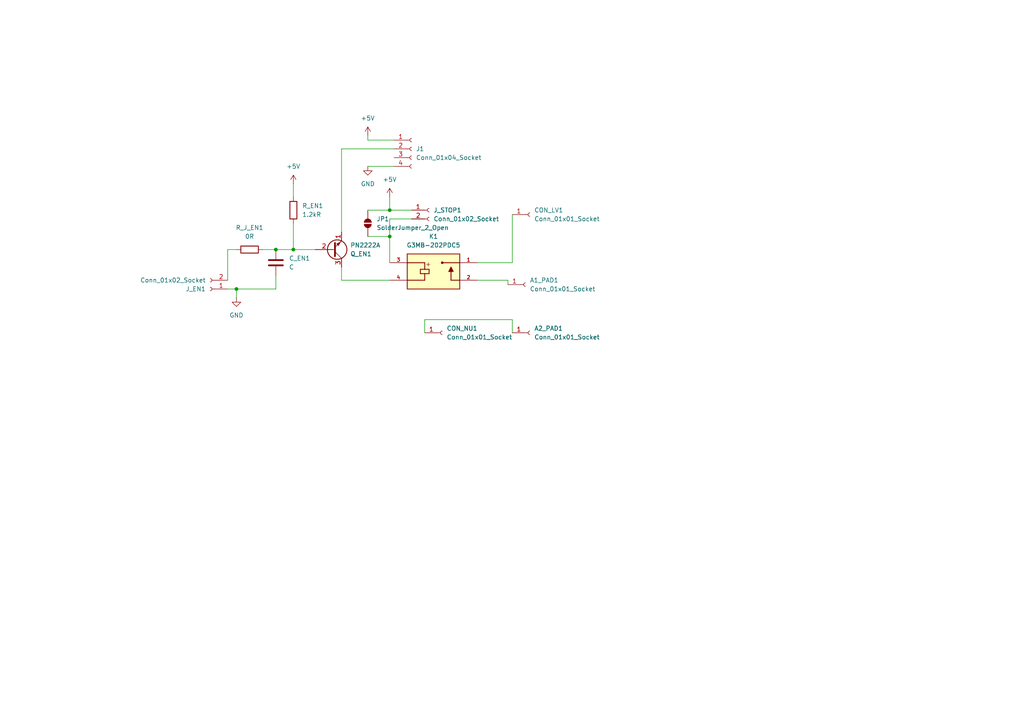
<source format=kicad_sch>
(kicad_sch (version 20231120) (generator "eeschema") (generator_version "8.0")
  (paper "A4")
  (lib_symbols
    (symbol "Connector:Conn_01x01_Socket" (pin_names (offset 1.016) hide)
      (property "Reference" "J" (at 0 2.54 0))
      (property "Value" "Conn_01x01_Socket" (at 0 -2.54 0))
      (symbol "Conn_01x01_Socket_1_1"
        (polyline (pts (xy -1.27 0) (xy -0.508 0)) (stroke (width 0.1524)))
        (arc (start 0 0.508) (mid -0.5058 0) (end 0 -0.508) (stroke (width 0.1524)))
        (pin passive line (at -5.08 0 0) (length 3.81) (name "Pin_1") (number "1"))
      )
    )
    (symbol "Connector:Conn_01x02_Socket" (pin_names (offset 1.016) hide)
      (property "Reference" "J" (at 0 2.54 0))
      (property "Value" "Conn_01x02_Socket" (at 0 -5.08 0))
      (symbol "Conn_01x02_Socket_1_1"
        (arc (start 0 -2.032) (mid -0.5058 -2.54) (end 0 -3.048) (stroke (width 0.1524)))
        (polyline (pts (xy -1.27 -2.54) (xy -0.508 -2.54)) (stroke (width 0.1524)))
        (polyline (pts (xy -1.27 0) (xy -0.508 0)) (stroke (width 0.1524)))
        (arc (start 0 0.508) (mid -0.5058 0) (end 0 -0.508) (stroke (width 0.1524)))
        (pin passive line (at -5.08 0 0) (length 3.81) (name "Pin_1") (number "1"))
        (pin passive line (at -5.08 -2.54 0) (length 3.81) (name "Pin_2") (number "2"))
      )
    )
    (symbol "Connector:Conn_01x04_Socket" (pin_names (offset 1.016) hide)
      (property "Reference" "J" (at 0 5.08 0))
      (property "Value" "Conn_01x04_Socket" (at 0 -7.62 0))
      (symbol "Conn_01x04_Socket_1_1"
        (arc (start 0 -4.572) (mid -0.5058 -5.08) (end 0 -5.588) (stroke (width 0.1524)))
        (arc (start 0 -2.032) (mid -0.5058 -2.54) (end 0 -3.048) (stroke (width 0.1524)))
        (polyline (pts (xy -1.27 -5.08) (xy -0.508 -5.08)) (stroke (width 0.1524)))
        (polyline (pts (xy -1.27 -2.54) (xy -0.508 -2.54)) (stroke (width 0.1524)))
        (polyline (pts (xy -1.27 0) (xy -0.508 0)) (stroke (width 0.1524)))
        (polyline (pts (xy -1.27 2.54) (xy -0.508 2.54)) (stroke (width 0.1524)))
        (arc (start 0 0.508) (mid -0.5058 0) (end 0 -0.508) (stroke (width 0.1524)))
        (arc (start 0 3.048) (mid -0.5058 2.54) (end 0 2.032) (stroke (width 0.1524)))
        (pin passive line (at -5.08 2.54 0) (length 3.81) (name "Pin_1") (number "1"))
        (pin passive line (at -5.08 0 0) (length 3.81) (name "Pin_2") (number "2"))
        (pin passive line (at -5.08 -2.54 0) (length 3.81) (name "Pin_3") (number "3"))
        (pin passive line (at -5.08 -5.08 0) (length 3.81) (name "Pin_4") (number "4"))
      )
    )
    (symbol "Device:C" (pin_numbers hide) (pin_names (offset 0.254))
      (property "Reference" "C" (at 0.635 2.54 0))
      (property "Value" "C" (at 0.635 -2.54 0))
      (symbol "C_0_1"
        (polyline (pts (xy -2.032 -0.762) (xy 2.032 -0.762)) (stroke (width 0.508)))
        (polyline (pts (xy -2.032 0.762) (xy 2.032 0.762)) (stroke (width 0.508)))
      )
      (symbol "C_1_1"
        (pin passive line (at 0 3.81 270) (length 2.794) (name "~") (number "1"))
        (pin passive line (at 0 -3.81 90) (length 2.794) (name "~") (number "2"))
      )
    )
    (symbol "Device:R" (pin_numbers hide) (pin_names (offset 0))
      (property "Reference" "R" (at 2.032 0 90))
      (property "Value" "R" (at 0 0 90))
      (symbol "R_0_1"
        (rectangle (start -1.016 -2.54) (end 1.016 2.54) (stroke (width 0.254)))
      )
      (symbol "R_1_1"
        (pin passive line (at 0 3.81 270) (length 1.27) (name "~") (number "1"))
        (pin passive line (at 0 -3.81 90) (length 1.27) (name "~") (number "2"))
      )
    )
    (symbol "Jumper:SolderJumper_2_Open" (pin_numbers hide) (pin_names (offset 0) hide) (exclude_from_sim yes) (in_bom no)
      (property "Reference" "JP" (at 0 2.032 0))
      (property "Value" "SolderJumper_2_Open" (at 0 -2.54 0))
      (symbol "SolderJumper_2_Open_0_1"
        (arc (start -0.254 1.016) (mid -1.2656 0) (end -0.254 -1.016))
        (arc (start -0.254 1.016) (mid -1.2656 0) (end -0.254 -1.016) (fill (type outline)))
        (polyline (pts (xy -0.254 1.016) (xy -0.254 -1.016)))
        (polyline (pts (xy 0.254 1.016) (xy 0.254 -1.016)))
        (arc (start 0.254 -1.016) (mid 1.2656 0) (end 0.254 1.016))
        (arc (start 0.254 -1.016) (mid 1.2656 0) (end 0.254 1.016) (fill (type outline)))
      )
      (symbol "SolderJumper_2_Open_1_1"
        (pin passive line (at -3.81 0 0) (length 2.54) (name "A") (number "1"))
        (pin passive line (at 3.81 0 180) (length 2.54) (name "B") (number "2"))
      )
    )
    (symbol "Omron G3MB-202P:G3MB-202PDC5" (pin_names (offset 1.016))
      (property "Reference" "K" (at -7.62 6.35 0))
      (property "Value" "G3MB-202PDC5" (at -7.62 -6.35 0))
      (symbol "G3MB-202PDC5_0_0"
        (rectangle (start -7.62 -5.08) (end 7.62 5.08) (stroke (width 0.254)) (fill (type background)))
        (polyline (pts (xy -7.62 -2.54) (xy -2.54 -2.54)) (stroke (width 0.254)))
        (polyline (pts (xy -7.62 2.54) (xy -2.54 2.54)) (stroke (width 0.254)))
        (polyline (pts (xy -3.81 -0.635) (xy -3.81 0.635)) (stroke (width 0.254)))
        (polyline (pts (xy -3.81 0.635) (xy -2.54 0.635)) (stroke (width 0.254)))
        (polyline (pts (xy -2.54 -0.635) (xy -3.81 -0.635)) (stroke (width 0.254)))
        (polyline (pts (xy -2.54 -0.635) (xy -2.54 -2.54)) (stroke (width 0.254)))
        (polyline (pts (xy -2.54 0.635) (xy -1.27 0.635)) (stroke (width 0.254)))
        (polyline (pts (xy -2.54 2.54) (xy -2.54 0.635)) (stroke (width 0.254)))
        (polyline (pts (xy -2.032 2.032) (xy -1.016 2.032)) (stroke (width 0.127)))
        (polyline (pts (xy -1.524 2.54) (xy -1.524 1.524)) (stroke (width 0.127)))
        (polyline (pts (xy -1.27 -0.635) (xy -2.54 -0.635)) (stroke (width 0.254)))
        (polyline (pts (xy -1.27 0.635) (xy -1.27 -0.635)) (stroke (width 0.254)))
        (polyline (pts (xy 5.08 -2.54) (xy 5.08 0)) (stroke (width 0.254)))
        (polyline (pts (xy 7.62 -2.54) (xy 5.08 -2.54)) (stroke (width 0.254)))
        (polyline (pts (xy 7.62 2.54) (xy 2.54 2.54)) (stroke (width 0.254)))
        (polyline (pts (xy 4.445 0) (xy 5.715 0) (xy 5.08 1.27) (xy 4.445 0)) (stroke (width 0.254)) (fill (type outline)))
        (circle (center 2.54 2.54) (radius 0.254) (stroke (width 0.254)))
        (pin passive line (at 12.7 2.54 180) (length 5.08) (name "~") (number "1"))
        (pin passive line (at 12.7 -2.54 180) (length 5.08) (name "~") (number "2"))
        (pin passive line (at -12.7 2.54 0) (length 5.08) (name "~") (number "3"))
        (pin passive line (at -12.7 -2.54 0) (length 5.08) (name "~") (number "4"))
      )
    )
    (symbol "Transistor_BJT:PN2222A" (pin_names (offset 0) hide)
      (property "Reference" "Q" (at 5.08 1.905 0))
      (property "Value" "PN2222A" (at 5.08 0 0))
      (symbol "PN2222A_0_1"
        (polyline (pts (xy 0 0) (xy 0.635 0)))
        (polyline (pts (xy 2.54 -2.54) (xy 0.635 -0.635)))
        (polyline (pts (xy 2.54 2.54) (xy 0.635 0.635)))
        (polyline (pts (xy 0.635 1.905) (xy 0.635 -1.905) (xy 0.635 -1.905)) (stroke (width 0.508)))
        (polyline (pts (xy 2.413 -2.413) (xy 1.905 -1.905) (xy 1.905 -1.905)))
        (polyline (pts (xy 1.143 -1.651) (xy 1.651 -1.143) (xy 2.159 -2.159) (xy 1.143 -1.651) (xy 1.143 -1.651)) (fill (type outline)))
        (circle (center 1.27 0) (radius 2.8194) (stroke (width 0.254)))
      )
      (symbol "PN2222A_1_1"
        (pin passive line (at 2.54 -5.08 90) (length 2.54) (name "E") (number "1"))
        (pin input line (at -5.08 0 0) (length 5.08) (name "B") (number "2"))
        (pin passive line (at 2.54 5.08 270) (length 2.54) (name "C") (number "3"))
      )
    )
    (symbol "power:+5V" (power) (pin_numbers hide) (pin_names (offset 0) hide)
      (property "Value" "+5V" (at 0 3.556 0))
      (symbol "+5V_0_1"
        (polyline (pts (xy -0.762 1.27) (xy 0 2.54)))
        (polyline (pts (xy 0 0) (xy 0 2.54)))
        (polyline (pts (xy 0 2.54) (xy 0.762 1.27)))
      )
      (symbol "+5V_1_1"
        (pin power_in line (at 0 0 90) (length 0) (name "~") (number "1"))
      )
    )
    (symbol "power:GND" (power) (pin_numbers hide) (pin_names (offset 0) hide)
      (property "Value" "GND" (at 0 -3.81 0))
      (symbol "GND_0_1"
        (polyline (pts (xy 0 0) (xy 0 -1.27) (xy 1.27 -1.27) (xy 0 -2.54) (xy -1.27 -1.27) (xy 0 -1.27)))
      )
      (symbol "GND_1_1"
        (pin power_in line (at 0 0 270) (length 0) (name "~") (number "1"))
      )
    )
  )
  (junction (at 85.09 72.39))
  (junction (at 113.03 68.58))
  (junction (at 113.03 60.96))
  (junction (at 80.01 72.39))
  (junction (at 68.58 83.82))
  (wire (pts (xy 80.01 83.82) (xy 68.58 83.82)))
  (wire (pts (xy 147.32 81.28) (xy 147.32 82.55)))
  (wire (pts (xy 148.59 92.71) (xy 148.59 96.52)))
  (wire (pts (xy 99.06 43.18) (xy 114.3 43.18)))
  (wire (pts (xy 123.19 92.71) (xy 148.59 92.71)))
  (wire (pts (xy 66.04 72.39) (xy 66.04 81.28)))
  (wire (pts (xy 114.3 40.64) (xy 106.68 40.64)))
  (wire (pts (xy 80.01 80.01) (xy 80.01 83.82)))
  (wire (pts (xy 106.68 48.26) (xy 114.3 48.26)))
  (wire (pts (xy 106.68 60.96) (xy 113.03 60.96)))
  (wire (pts (xy 113.03 63.5) (xy 113.03 68.58)))
  (wire (pts (xy 66.04 72.39) (xy 68.58 72.39)))
  (wire (pts (xy 68.58 83.82) (xy 68.58 86.36)))
  (wire (pts (xy 106.68 68.58) (xy 113.03 68.58)))
  (wire (pts (xy 99.06 81.28) (xy 113.03 81.28)))
  (wire (pts (xy 85.09 53.34) (xy 85.09 57.15)))
  (wire (pts (xy 85.09 72.39) (xy 91.44 72.39)))
  (wire (pts (xy 138.43 76.2) (xy 148.59 76.2)))
  (wire (pts (xy 123.19 96.52) (xy 123.19 92.71)))
  (wire (pts (xy 113.03 60.96) (xy 119.38 60.96)))
  (wire (pts (xy 80.01 72.39) (xy 85.09 72.39)))
  (wire (pts (xy 113.03 68.58) (xy 113.03 76.2)))
  (wire (pts (xy 66.04 83.82) (xy 68.58 83.82)))
  (wire (pts (xy 99.06 67.31) (xy 99.06 43.18)))
  (wire (pts (xy 138.43 81.28) (xy 147.32 81.28)))
  (wire (pts (xy 85.09 64.77) (xy 85.09 72.39)))
  (wire (pts (xy 148.59 62.23) (xy 148.59 76.2)))
  (wire (pts (xy 106.68 40.64) (xy 106.68 39.37)))
  (wire (pts (xy 119.38 63.5) (xy 113.03 63.5)))
  (wire (pts (xy 99.06 77.47) (xy 99.06 81.28)))
  (wire (pts (xy 76.2 72.39) (xy 80.01 72.39)))
  (wire (pts (xy 113.03 60.96) (xy 113.03 57.15)))
  (symbol (lib_id "Transistor_BJT:PN2222A") (at 96.52 72.39 0) (mirror x) (unit 1)
    (property "Reference" "Q_EN1" (at 101.6 73.6601 0) (effects (justify left)))
    (property "Value" "PN2222A" (at 101.6 71.1201 0) (effects (justify left)))
    (property "Footprint" "Package_TO_SOT_THT:TO-92_HandSolder" (effects (hide yes)))
    (property "Datasheet" "https://www.onsemi.com/pub/Collateral/PN2222-D.PDF" (effects (hide yes)))
    (property "Description" "1A Ic, 40V Vce, NPN Transistor, General Purpose Transistor, TO-92" (effects (hide yes)))
  )
  (symbol (lib_id "Jumper:SolderJumper_2_Open") (at 106.68 64.77 270) (unit 1) (exclude_from_sim yes) (in_bom no)
    (property "Reference" "JP1" (at 109.22 63.4999 90) (effects (justify left)))
    (property "Value" "SolderJumper_2_Open" (at 109.22 66.0399 90) (effects (justify left)))
    (property "Footprint" "Jumper:SolderJumper-2_P1.3mm_Open_TrianglePad1.0x1.5mm" (effects (hide yes)))
    (property "Description" "Solder Jumper, 2-pole, open" (effects (hide yes)))
  )
  (symbol (lib_id "Connector:Conn_01x02_Socket") (at 60.96 83.82 180) (unit 1)
    (property "Reference" "J_EN1" (at 59.69 83.8201 0) (effects (justify left)))
    (property "Value" "Conn_01x02_Socket" (at 59.69 81.2801 0) (effects (justify left)))
    (property "Footprint" "Connector_PinHeader_2.54mm:PinHeader_1x02_P2.54mm_Vertical" (effects (hide yes)))
    (property "Description" "Generic connector, single row, 01x02, script generated" (effects (hide yes)))
  )
  (symbol (lib_id "power:+5V") (at 85.09 53.34 0) (unit 1)
    (property "Reference" "#PWR4" (effects (hide yes)))
    (property "Value" "+5V" (at 85.09 48.26 0))
    (property "Description" "Power symbol creates a global label with name \"+5V\"" (effects (hide yes)))
  )
  (symbol (lib_id "Connector:Conn_01x01_Socket") (at 153.67 96.52 0) (unit 1)
    (property "Reference" "A2_PAD1" (at 154.94 95.2499 0) (effects (justify left)))
    (property "Value" "Conn_01x01_Socket" (at 154.94 97.7899 0) (effects (justify left)))
    (property "Footprint" "Connector_Wire:SolderWire-2.5sqmm_1x01_D2.4mm_OD3.6mm" (effects (hide yes)))
    (property "Description" "Generic connector, single row, 01x01, script generated" (effects (hide yes)))
  )
  (symbol (lib_id "Connector:Conn_01x01_Socket") (at 128.27 96.52 0) (unit 1)
    (property "Reference" "CON_NU1" (at 129.54 95.2499 0) (effects (justify left)))
    (property "Value" "Conn_01x01_Socket" (at 129.54 97.7899 0) (effects (justify left)))
    (property "Footprint" "Connector_Wire:SolderWire-2.5sqmm_1x01_D2.4mm_OD3.6mm" (effects (hide yes)))
    (property "Description" "Generic connector, single row, 01x01, script generated" (effects (hide yes)))
  )
  (symbol (lib_id "Connector:Conn_01x01_Socket") (at 153.67 62.23 0) (unit 1)
    (property "Reference" "CON_LV1" (at 154.94 60.9599 0) (effects (justify left)))
    (property "Value" "Conn_01x01_Socket" (at 154.94 63.4999 0) (effects (justify left)))
    (property "Footprint" "Connector_Wire:SolderWire-2.5sqmm_1x01_D2.4mm_OD3.6mm" (effects (hide yes)))
    (property "Description" "Generic connector, single row, 01x01, script generated" (effects (hide yes)))
  )
  (symbol (lib_id "power:GND") (at 106.68 48.26 0) (unit 1)
    (property "Reference" "#PWR2" (effects (hide yes)))
    (property "Value" "GND" (at 106.68 53.34 0))
    (property "Description" "Power symbol creates a global label with name \"GND\" , ground" (effects (hide yes)))
  )
  (symbol (lib_id "power:+5V") (at 113.03 57.15 0) (unit 1)
    (property "Reference" "#PWR3" (effects (hide yes)))
    (property "Value" "+5V" (at 113.03 52.07 0))
    (property "Description" "Power symbol creates a global label with name \"+5V\"" (effects (hide yes)))
  )
  (symbol (lib_id "Connector:Conn_01x01_Socket") (at 152.4 82.55 0) (unit 1)
    (property "Reference" "A1_PAD1" (at 153.67 81.2799 0) (effects (justify left)))
    (property "Value" "Conn_01x01_Socket" (at 153.67 83.8199 0) (effects (justify left)))
    (property "Footprint" "Connector_Wire:SolderWire-2.5sqmm_1x01_D2.4mm_OD3.6mm" (effects (hide yes)))
    (property "Description" "Generic connector, single row, 01x01, script generated" (effects (hide yes)))
  )
  (symbol (lib_id "power:+5V") (at 106.68 39.37 0) (unit 1)
    (property "Reference" "#PWR1" (effects (hide yes)))
    (property "Value" "+5V" (at 106.68 34.29 0))
    (property "Description" "Power symbol creates a global label with name \"+5V\"" (effects (hide yes)))
  )
  (symbol (lib_id "Connector:Conn_01x04_Socket") (at 119.38 43.18 0) (unit 1)
    (property "Reference" "J1" (at 120.65 43.1799 0) (effects (justify left)))
    (property "Value" "Conn_01x04_Socket" (at 120.65 45.7199 0) (effects (justify left)))
    (property "Footprint" "Connector_PinHeader_2.54mm:PinHeader_1x04_P2.54mm_Vertical" (effects (hide yes)))
    (property "Description" "Generic connector, single row, 01x04, script generated" (effects (hide yes)))
  )
  (symbol (lib_id "Device:R") (at 85.09 60.96 0) (unit 1)
    (property "Reference" "R_EN1" (at 87.63 59.6899 0) (effects (justify left)))
    (property "Value" "1.2kR" (at 87.63 62.2299 0) (effects (justify left)))
    (property "Footprint" "Resistor_THT:R_Axial_DIN0207_L6.3mm_D2.5mm_P10.16mm_Horizontal" (effects (hide yes)))
    (property "Description" "Resistor" (effects (hide yes)))
  )
  (symbol (lib_id "Omron G3MB-202P:G3MB-202PDC5") (at 125.73 78.74 0) (unit 1)
    (property "Reference" "K1" (at 125.73 68.58 0))
    (property "Value" "G3MB-202PDC5" (at 125.73 71.12 0))
    (property "Footprint" "Omron G3MB-202P:RELAY_G3MB-202PDC5" (effects (hide yes)))
    (property "PARTREV" "J091-E1-1A" (effects (hide yes)))
    (property "STANDARD" "Manufacturer Recommendations" (effects (hide yes)))
    (property "MAXIMUM_PACKAGE_HEIGHT" "20.5mm" (effects (hide yes)))
    (property "MANUFACTURER" "OMRON" (effects (hide yes)))
  )
  (symbol (lib_id "Connector:Conn_01x02_Socket") (at 124.46 60.96 0) (unit 1)
    (property "Reference" "J_STOP1" (at 125.73 60.9599 0) (effects (justify left)))
    (property "Value" "Conn_01x02_Socket" (at 125.73 63.4999 0) (effects (justify left)))
    (property "Footprint" "Connector_PinHeader_2.54mm:PinHeader_1x02_P2.54mm_Vertical" (effects (hide yes)))
    (property "Description" "Generic connector, single row, 01x02, script generated" (effects (hide yes)))
  )
  (symbol (lib_id "power:GND") (at 68.58 86.36 0) (unit 1)
    (property "Reference" "#PWR5" (effects (hide yes)))
    (property "Value" "GND" (at 68.58 91.44 0))
    (property "Description" "Power symbol creates a global label with name \"GND\" , ground" (effects (hide yes)))
  )
  (symbol (lib_id "Device:C") (at 80.01 76.2 0) (unit 1)
    (property "Reference" "C_EN1" (at 83.82 74.9299 0) (effects (justify left)))
    (property "Value" "C" (at 83.82 77.4699 0) (effects (justify left)))
    (property "Footprint" "Capacitor_THT:C_Disc_D4.3mm_W1.9mm_P5.00mm" (effects (hide yes)))
    (property "Description" "Unpolarized capacitor" (effects (hide yes)))
  )
  (symbol (lib_id "Device:R") (at 72.39 72.39 90) (unit 1)
    (property "Reference" "R_J_EN1" (at 72.39 66.04 90))
    (property "Value" "0R" (at 72.39 68.58 90))
    (property "Footprint" "Resistor_THT:R_Axial_DIN0207_L6.3mm_D2.5mm_P10.16mm_Horizontal" (effects (hide yes)))
    (property "Description" "Resistor" (effects (hide yes)))
  )
)
</source>
